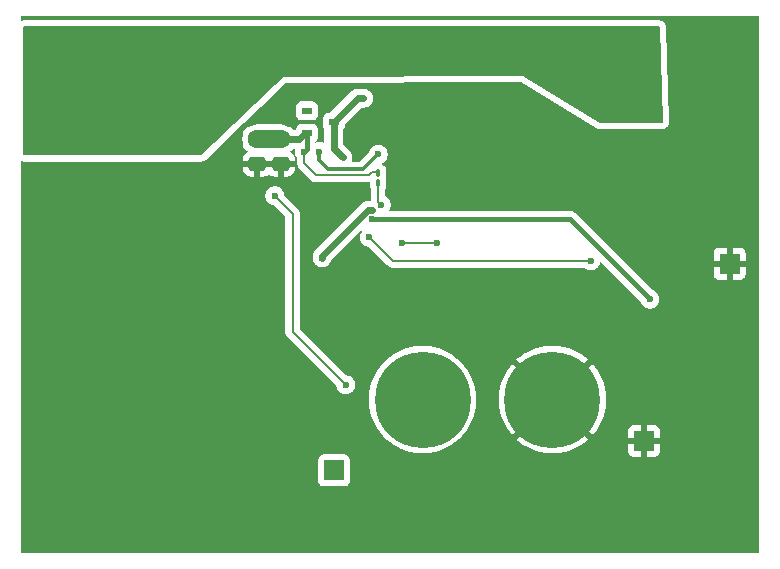
<source format=gbr>
%TF.GenerationSoftware,KiCad,Pcbnew,9.0.1*%
%TF.CreationDate,2025-11-16T17:16:38-08:00*%
%TF.ProjectId,GaN-LTC7800,47614e2d-4c54-4433-9738-30302e6b6963,rev?*%
%TF.SameCoordinates,Original*%
%TF.FileFunction,Copper,L2,Bot*%
%TF.FilePolarity,Positive*%
%FSLAX46Y46*%
G04 Gerber Fmt 4.6, Leading zero omitted, Abs format (unit mm)*
G04 Created by KiCad (PCBNEW 9.0.1) date 2025-11-16 17:16:38*
%MOMM*%
%LPD*%
G01*
G04 APERTURE LIST*
G04 Aperture macros list*
%AMRoundRect*
0 Rectangle with rounded corners*
0 $1 Rounding radius*
0 $2 $3 $4 $5 $6 $7 $8 $9 X,Y pos of 4 corners*
0 Add a 4 corners polygon primitive as box body*
4,1,4,$2,$3,$4,$5,$6,$7,$8,$9,$2,$3,0*
0 Add four circle primitives for the rounded corners*
1,1,$1+$1,$2,$3*
1,1,$1+$1,$4,$5*
1,1,$1+$1,$6,$7*
1,1,$1+$1,$8,$9*
0 Add four rect primitives between the rounded corners*
20,1,$1+$1,$2,$3,$4,$5,0*
20,1,$1+$1,$4,$5,$6,$7,0*
20,1,$1+$1,$6,$7,$8,$9,0*
20,1,$1+$1,$8,$9,$2,$3,0*%
G04 Aperture macros list end*
%TA.AperFunction,Conductor*%
%ADD10C,0.200000*%
%TD*%
%TA.AperFunction,ComponentPad*%
%ADD11R,1.700000X1.700000*%
%TD*%
%TA.AperFunction,ComponentPad*%
%ADD12C,8.115000*%
%TD*%
%TA.AperFunction,SMDPad,CuDef*%
%ADD13RoundRect,0.250000X-0.475000X0.337500X-0.475000X-0.337500X0.475000X-0.337500X0.475000X0.337500X0*%
%TD*%
%TA.AperFunction,SMDPad,CuDef*%
%ADD14R,0.850000X0.600000*%
%TD*%
%TA.AperFunction,SMDPad,CuDef*%
%ADD15RoundRect,0.100000X0.100000X-0.217500X0.100000X0.217500X-0.100000X0.217500X-0.100000X-0.217500X0*%
%TD*%
%TA.AperFunction,SMDPad,CuDef*%
%ADD16RoundRect,0.250000X0.475000X-0.337500X0.475000X0.337500X-0.475000X0.337500X-0.475000X-0.337500X0*%
%TD*%
%TA.AperFunction,ViaPad*%
%ADD17C,0.600000*%
%TD*%
%TA.AperFunction,Conductor*%
%ADD18C,0.400000*%
%TD*%
%TA.AperFunction,Conductor*%
%ADD19C,0.600000*%
%TD*%
%TA.AperFunction,Conductor*%
%ADD20C,1.500000*%
%TD*%
%TA.AperFunction,Conductor*%
%ADD21C,0.300000*%
%TD*%
G04 APERTURE END LIST*
D10*
%TO.N,/Vout*%
X124250000Y-127000000D02*
X119000000Y-127000000D01*
X112500000Y-123000000D01*
X92168060Y-123122049D01*
X85250000Y-129750000D01*
X81500000Y-129750000D01*
X81250000Y-119000000D01*
X124000000Y-119000000D01*
X124250000Y-127000000D01*
%TA.AperFunction,Conductor*%
G36*
X124250000Y-127000000D02*
G01*
X119000000Y-127000000D01*
X112500000Y-123000000D01*
X92168060Y-123122049D01*
X85250000Y-129750000D01*
X81500000Y-129750000D01*
X81250000Y-119000000D01*
X124000000Y-119000000D01*
X124250000Y-127000000D01*
G37*
%TD.AperFunction*%
X85250000Y-129750000D02*
X70250000Y-129750000D01*
X70250000Y-119000000D01*
X85250000Y-119000000D01*
X85250000Y-129750000D01*
%TA.AperFunction,Conductor*%
G36*
X85250000Y-129750000D02*
G01*
X70250000Y-129750000D01*
X70250000Y-119000000D01*
X85250000Y-119000000D01*
X85250000Y-129750000D01*
G37*
%TD.AperFunction*%
%TD*%
D11*
%TO.P,TP_VIN2,1,Pin_1*%
%TO.N,GND*%
X122750000Y-154000000D03*
%TD*%
%TO.P,TP_VIN1,1,Pin_1*%
%TO.N,/VIN*%
X96500000Y-156500000D03*
%TD*%
D12*
%TO.P,VSource_IN1,1,1*%
%TO.N,/VIN*%
X104000000Y-150500000D03*
%TD*%
D11*
%TO.P,VOUT1,1,Pin_1*%
%TO.N,/Vout*%
X120500000Y-123000000D03*
%TD*%
D12*
%TO.P,VSource_GND1,1,1*%
%TO.N,GND*%
X115000000Y-150500000D03*
%TD*%
D11*
%TO.P,GND1,1,Pin_1*%
%TO.N,GND*%
X130000000Y-139000000D03*
%TD*%
D13*
%TO.P,C2_EX1,1*%
%TO.N,/INTVCC*%
X90000000Y-128462500D03*
%TO.P,C2_EX1,2*%
%TO.N,GND*%
X90000000Y-130537500D03*
%TD*%
D14*
%TO.P,D1,1,A*%
%TO.N,/INTVCC*%
X94200000Y-127950000D03*
%TO.P,D1,2,NC*%
%TO.N,unconnected-(D1-NC-Pad2)*%
X94200000Y-126050000D03*
%TO.P,D1,3,K*%
%TO.N,/BOOST*%
X96500000Y-127000000D03*
%TD*%
D15*
%TO.P,R1,1*%
%TO.N,Net-(U1-PGOOD)*%
X100250000Y-132157500D03*
%TO.P,R1,2*%
%TO.N,/INTVCC*%
X100250000Y-131342500D03*
%TD*%
D16*
%TO.P,C2,1*%
%TO.N,GND*%
X92000000Y-130537500D03*
%TO.P,C2,2*%
%TO.N,/INTVCC*%
X92000000Y-128462500D03*
%TD*%
D17*
%TO.N,GND*%
X81000000Y-142250000D03*
X82250000Y-144750000D03*
X86000000Y-146000000D03*
X83500000Y-142250000D03*
X81000000Y-148500000D03*
X84750000Y-146000000D03*
X84750000Y-147250000D03*
X82250000Y-146000000D03*
X83500000Y-148500000D03*
X86000000Y-143500000D03*
X86000000Y-147250000D03*
X86000000Y-148500000D03*
X83500000Y-146000000D03*
X82250000Y-147250000D03*
X84750000Y-144750000D03*
X82250000Y-142250000D03*
X84750000Y-142250000D03*
X87250000Y-144750000D03*
X83500000Y-144750000D03*
X81000000Y-147250000D03*
X83500000Y-143500000D03*
X87250000Y-142250000D03*
X81000000Y-143500000D03*
X87250000Y-143500000D03*
X87250000Y-148500000D03*
X84750000Y-143500000D03*
X82250000Y-148500000D03*
X87250000Y-146000000D03*
X87250000Y-147250000D03*
X81000000Y-146000000D03*
X82250000Y-143500000D03*
X81000000Y-144750000D03*
X86000000Y-142250000D03*
X86000000Y-144750000D03*
X83500000Y-147250000D03*
X84750000Y-148500000D03*
%TO.N,/INTVCC*%
X94000000Y-129500000D03*
%TO.N,/SW*%
X102250000Y-137250000D03*
X105250000Y-137250000D03*
%TO.N,/BOOST*%
X97250000Y-130000000D03*
X99000000Y-125000000D03*
%TO.N,/ITH*%
X95500000Y-138500000D03*
X99750000Y-134449997D03*
%TO.N,/VIN*%
X91500000Y-133250000D03*
X97500000Y-149250000D03*
%TO.N,/Vout*%
X71250000Y-122000000D03*
X73500000Y-121000000D03*
X81000000Y-121000000D03*
X75750000Y-125250000D03*
X75750000Y-123750000D03*
X76500000Y-119500000D03*
X84000000Y-124500000D03*
X76500000Y-124500000D03*
X78750000Y-123750000D03*
X83250000Y-120250000D03*
X80250000Y-122000000D03*
X81750000Y-120250000D03*
X79500000Y-122750000D03*
X84000000Y-122750000D03*
X83250000Y-122000000D03*
X75750000Y-122000000D03*
X76500000Y-122750000D03*
X81750000Y-122000000D03*
X75000000Y-119500000D03*
X78000000Y-126000000D03*
X72000000Y-126000000D03*
X84000000Y-126000000D03*
X75000000Y-122750000D03*
X76500000Y-121000000D03*
X82500000Y-122750000D03*
X73500000Y-119500000D03*
X70500000Y-122750000D03*
X70500000Y-121000000D03*
X72000000Y-122750000D03*
X75750000Y-120250000D03*
X83250000Y-123750000D03*
X82500000Y-119500000D03*
X72000000Y-121000000D03*
X78750000Y-125250000D03*
X71250000Y-125250000D03*
X74250000Y-120250000D03*
X74250000Y-125250000D03*
X78000000Y-121000000D03*
X81000000Y-122750000D03*
X78000000Y-122750000D03*
X80250000Y-125250000D03*
X78750000Y-122000000D03*
X73500000Y-126000000D03*
X72750000Y-125250000D03*
X72000000Y-124500000D03*
X72000000Y-119500000D03*
X81750000Y-123750000D03*
X70500000Y-119500000D03*
X81750000Y-125250000D03*
X81000000Y-124500000D03*
X74250000Y-123750000D03*
X84750000Y-120250000D03*
X71250000Y-120250000D03*
X77250000Y-123750000D03*
X78750000Y-120250000D03*
X79500000Y-119500000D03*
X83250000Y-125250000D03*
X80250000Y-120250000D03*
X84000000Y-119500000D03*
X82500000Y-121000000D03*
X82500000Y-124500000D03*
X78000000Y-124500000D03*
X73500000Y-124500000D03*
X72750000Y-123750000D03*
X80250000Y-123750000D03*
X74250000Y-122000000D03*
X81000000Y-126000000D03*
X77250000Y-120250000D03*
X77250000Y-122000000D03*
X84750000Y-123750000D03*
X73500000Y-122750000D03*
X75000000Y-124500000D03*
X79500000Y-124500000D03*
X79500000Y-121000000D03*
X71250000Y-123750000D03*
X79500000Y-126000000D03*
X84750000Y-122000000D03*
X75000000Y-126000000D03*
X84000000Y-121000000D03*
X81000000Y-119500000D03*
X82500000Y-126000000D03*
X70500000Y-124500000D03*
X70500000Y-126000000D03*
X75000000Y-121000000D03*
X76500000Y-126000000D03*
X84750000Y-125250000D03*
X78000000Y-119500000D03*
X72750000Y-122000000D03*
X72750000Y-120250000D03*
X77250000Y-125250000D03*
%TO.N,/SENSE+*%
X118250000Y-138750000D03*
X99500000Y-136750000D03*
%TO.N,/BG*%
X95250000Y-129500000D03*
X100250000Y-129750000D03*
%TO.N,Net-(U1-PGOOD)*%
X100500000Y-134000000D03*
%TO.N,/VFB*%
X99750000Y-135250000D03*
X123250000Y-142000000D03*
%TD*%
D18*
%TO.N,/INTVCC*%
X94000000Y-129500000D02*
X94200000Y-129300000D01*
X94200000Y-129300000D02*
X94200000Y-127950000D01*
D10*
X94000000Y-129500000D02*
X94000000Y-130500000D01*
D19*
X94050000Y-127950000D02*
X93537500Y-128462500D01*
D20*
X92000000Y-128462500D02*
X90000000Y-128462500D01*
D10*
X94200000Y-127950000D02*
X94050000Y-127950000D01*
X94000000Y-130500000D02*
X95000000Y-131500000D01*
X100157500Y-131250000D02*
X100250000Y-131342500D01*
X95000000Y-131500000D02*
X99500000Y-131500000D01*
D19*
X93537500Y-128462500D02*
X92000000Y-128462500D01*
D10*
X99750000Y-131250000D02*
X100157500Y-131250000D01*
X99500000Y-131500000D02*
X99750000Y-131250000D01*
%TO.N,/SW*%
X102250000Y-137250000D02*
X105250000Y-137250000D01*
D19*
%TO.N,/BOOST*%
X96500000Y-127000000D02*
X98500000Y-125000000D01*
X98500000Y-125000000D02*
X99000000Y-125000000D01*
X96500000Y-129250000D02*
X97250000Y-130000000D01*
X96500000Y-127000000D02*
X96500000Y-129250000D01*
%TO.N,/ITH*%
X95500000Y-138367214D02*
X99417217Y-134449997D01*
X99417217Y-134449997D02*
X99750000Y-134449997D01*
X95500000Y-138500000D02*
X95500000Y-138367214D01*
D10*
%TO.N,/VIN*%
X93000000Y-134750000D02*
X93000000Y-144750000D01*
X91500000Y-133250000D02*
X93000000Y-134750000D01*
X93000000Y-144750000D02*
X97500000Y-149250000D01*
%TO.N,/SENSE+*%
X101500000Y-138750000D02*
X118250000Y-138750000D01*
X99500000Y-136750000D02*
X101500000Y-138750000D01*
D21*
%TO.N,/BG*%
X99000000Y-131000000D02*
X100250000Y-129750000D01*
X96000000Y-131000000D02*
X99000000Y-131000000D01*
X95250000Y-129500000D02*
X95250000Y-130250000D01*
X95250000Y-130250000D02*
X96000000Y-131000000D01*
D10*
%TO.N,Net-(U1-PGOOD)*%
X100250000Y-132157500D02*
X100250000Y-133750000D01*
X100250000Y-133750000D02*
X100500000Y-134000000D01*
D18*
%TO.N,/VFB*%
X99750000Y-135250000D02*
X116500000Y-135250000D01*
X116500000Y-135250000D02*
X123250000Y-142000000D01*
%TD*%
%TA.AperFunction,Conductor*%
%TO.N,GND*%
G36*
X132485148Y-118014852D02*
G01*
X132499500Y-118049500D01*
X132499500Y-163450500D01*
X132485148Y-163485148D01*
X132450500Y-163499500D01*
X70049500Y-163499500D01*
X70014852Y-163485148D01*
X70000500Y-163450500D01*
X70000500Y-155602120D01*
X95149500Y-155602120D01*
X95149500Y-157397879D01*
X95155907Y-157457478D01*
X95155909Y-157457483D01*
X95206204Y-157592331D01*
X95292454Y-157707546D01*
X95407669Y-157793796D01*
X95542517Y-157844091D01*
X95542520Y-157844092D01*
X95586177Y-157848785D01*
X95602127Y-157850500D01*
X97397872Y-157850499D01*
X97397878Y-157850499D01*
X97457478Y-157844092D01*
X97457479Y-157844091D01*
X97457483Y-157844091D01*
X97592331Y-157793796D01*
X97707546Y-157707546D01*
X97793796Y-157592331D01*
X97844091Y-157457483D01*
X97844091Y-157457481D01*
X97844092Y-157457479D01*
X97850499Y-157397879D01*
X97850500Y-157397873D01*
X97850499Y-155602128D01*
X97850499Y-155602127D01*
X97850499Y-155602120D01*
X97844092Y-155542521D01*
X97844091Y-155542517D01*
X97793796Y-155407669D01*
X97707546Y-155292454D01*
X97638314Y-155240627D01*
X97592333Y-155206205D01*
X97592331Y-155206204D01*
X97547381Y-155189439D01*
X97457479Y-155155907D01*
X97397879Y-155149500D01*
X95602120Y-155149500D01*
X95542521Y-155155907D01*
X95407666Y-155206205D01*
X95292454Y-155292454D01*
X95206205Y-155407666D01*
X95155907Y-155542520D01*
X95149500Y-155602120D01*
X70000500Y-155602120D01*
X70000500Y-150300993D01*
X99442000Y-150300993D01*
X99442000Y-150699006D01*
X99476689Y-151095506D01*
X99545804Y-151487475D01*
X99545805Y-151487480D01*
X99648814Y-151871916D01*
X99784944Y-152245929D01*
X99784950Y-152245943D01*
X99953155Y-152606659D01*
X100152156Y-152951340D01*
X100152162Y-152951349D01*
X100380445Y-153277371D01*
X100380449Y-153277376D01*
X100380451Y-153277378D01*
X100636289Y-153582274D01*
X100917726Y-153863711D01*
X101001701Y-153934174D01*
X101222623Y-154119550D01*
X101222628Y-154119554D01*
X101548650Y-154347837D01*
X101548659Y-154347843D01*
X101753184Y-154465925D01*
X101893345Y-154546847D01*
X102195565Y-154687774D01*
X102253065Y-154714587D01*
X102254067Y-154715054D01*
X102628077Y-154851183D01*
X102628078Y-154851183D01*
X102628083Y-154851185D01*
X103012519Y-154954194D01*
X103012525Y-154954195D01*
X103012528Y-154954196D01*
X103404495Y-155023311D01*
X103800993Y-155058000D01*
X103800997Y-155058000D01*
X104199003Y-155058000D01*
X104199007Y-155058000D01*
X104595505Y-155023311D01*
X104987472Y-154954196D01*
X104987477Y-154954194D01*
X104987480Y-154954194D01*
X105371916Y-154851185D01*
X105371917Y-154851184D01*
X105371923Y-154851183D01*
X105745933Y-154715054D01*
X106106655Y-154546847D01*
X106451345Y-154347840D01*
X106777378Y-154119549D01*
X107082274Y-153863711D01*
X107363711Y-153582274D01*
X107619549Y-153277378D01*
X107619768Y-153277066D01*
X107762828Y-153072755D01*
X107847840Y-152951345D01*
X108046847Y-152606655D01*
X108215054Y-152245933D01*
X108351183Y-151871923D01*
X108454196Y-151487472D01*
X108523311Y-151095505D01*
X108558000Y-150699007D01*
X108558000Y-150301015D01*
X110442500Y-150301015D01*
X110442500Y-150698984D01*
X110477185Y-151095441D01*
X110546292Y-151487366D01*
X110546293Y-151487371D01*
X110649291Y-151871765D01*
X110785406Y-152245737D01*
X110785412Y-152245751D01*
X110953599Y-152606428D01*
X111152577Y-152951071D01*
X111152583Y-152951080D01*
X111380841Y-153277066D01*
X111380845Y-153277071D01*
X111603739Y-153542706D01*
X112918314Y-152228131D01*
X112979860Y-152305307D01*
X113194693Y-152520140D01*
X113271867Y-152581684D01*
X111957292Y-153896259D01*
X112222928Y-154119154D01*
X112222933Y-154119158D01*
X112548919Y-154347416D01*
X112548928Y-154347422D01*
X112893571Y-154546400D01*
X113254248Y-154714587D01*
X113254262Y-154714593D01*
X113628234Y-154850708D01*
X114012628Y-154953706D01*
X114012633Y-154953707D01*
X114404558Y-155022814D01*
X114801015Y-155057499D01*
X114801020Y-155057500D01*
X115198980Y-155057500D01*
X115198984Y-155057499D01*
X115595441Y-155022814D01*
X115987366Y-154953707D01*
X115987371Y-154953706D01*
X116371765Y-154850708D01*
X116745737Y-154714593D01*
X116745751Y-154714587D01*
X117106428Y-154546400D01*
X117451071Y-154347422D01*
X117451080Y-154347416D01*
X117676514Y-154189566D01*
X117777066Y-154119158D01*
X117777071Y-154119154D01*
X118042706Y-153896259D01*
X116728131Y-152581685D01*
X116805307Y-152520140D01*
X117020140Y-152305307D01*
X117081685Y-152228131D01*
X118396259Y-153542706D01*
X118619154Y-153277071D01*
X118619158Y-153277066D01*
X118741626Y-153102165D01*
X121400000Y-153102165D01*
X121400000Y-153750000D01*
X122316988Y-153750000D01*
X122284075Y-153807007D01*
X122250000Y-153934174D01*
X122250000Y-154065826D01*
X122284075Y-154192993D01*
X122316988Y-154250000D01*
X121400000Y-154250000D01*
X121400000Y-154897834D01*
X121406401Y-154957372D01*
X121406401Y-154957373D01*
X121456648Y-155092091D01*
X121542811Y-155207188D01*
X121657908Y-155293351D01*
X121792626Y-155343598D01*
X121852166Y-155350000D01*
X122500000Y-155350000D01*
X122500000Y-154433012D01*
X122557007Y-154465925D01*
X122684174Y-154500000D01*
X122815826Y-154500000D01*
X122942993Y-154465925D01*
X123000000Y-154433012D01*
X123000000Y-155350000D01*
X123647834Y-155350000D01*
X123707372Y-155343598D01*
X123707373Y-155343598D01*
X123842091Y-155293351D01*
X123957188Y-155207188D01*
X124043351Y-155092091D01*
X124093598Y-154957373D01*
X124093598Y-154957372D01*
X124100000Y-154897834D01*
X124100000Y-154250000D01*
X123183012Y-154250000D01*
X123215925Y-154192993D01*
X123250000Y-154065826D01*
X123250000Y-153934174D01*
X123215925Y-153807007D01*
X123183012Y-153750000D01*
X124100000Y-153750000D01*
X124100000Y-153102165D01*
X124093598Y-153042627D01*
X124093598Y-153042626D01*
X124043351Y-152907908D01*
X123957188Y-152792811D01*
X123842091Y-152706648D01*
X123707373Y-152656401D01*
X123647834Y-152650000D01*
X123000000Y-152650000D01*
X123000000Y-153566988D01*
X122942993Y-153534075D01*
X122815826Y-153500000D01*
X122684174Y-153500000D01*
X122557007Y-153534075D01*
X122500000Y-153566988D01*
X122500000Y-152650000D01*
X121852166Y-152650000D01*
X121792627Y-152656401D01*
X121792626Y-152656401D01*
X121657908Y-152706648D01*
X121542811Y-152792811D01*
X121456648Y-152907908D01*
X121406401Y-153042626D01*
X121406401Y-153042627D01*
X121400000Y-153102165D01*
X118741626Y-153102165D01*
X118762219Y-153072755D01*
X118847416Y-152951080D01*
X118847422Y-152951071D01*
X119046400Y-152606428D01*
X119214587Y-152245751D01*
X119214593Y-152245737D01*
X119350708Y-151871765D01*
X119453706Y-151487371D01*
X119453707Y-151487366D01*
X119522814Y-151095441D01*
X119557499Y-150698984D01*
X119557500Y-150698979D01*
X119557500Y-150301020D01*
X119557499Y-150301015D01*
X119522814Y-149904558D01*
X119453707Y-149512633D01*
X119453706Y-149512628D01*
X119350708Y-149128234D01*
X119214593Y-148754262D01*
X119214587Y-148754248D01*
X119046400Y-148393571D01*
X118847422Y-148048928D01*
X118847416Y-148048919D01*
X118619158Y-147722933D01*
X118619154Y-147722928D01*
X118396259Y-147457292D01*
X117081684Y-148771867D01*
X117020140Y-148694693D01*
X116805307Y-148479860D01*
X116728130Y-148418314D01*
X118042706Y-147103739D01*
X117777071Y-146880845D01*
X117777066Y-146880841D01*
X117451080Y-146652583D01*
X117451071Y-146652577D01*
X117106428Y-146453599D01*
X116745751Y-146285412D01*
X116745737Y-146285406D01*
X116371765Y-146149291D01*
X115987371Y-146046293D01*
X115987366Y-146046292D01*
X115595441Y-145977185D01*
X115198984Y-145942500D01*
X114801015Y-145942500D01*
X114404558Y-145977185D01*
X114012633Y-146046292D01*
X114012628Y-146046293D01*
X113628234Y-146149291D01*
X113254262Y-146285406D01*
X113254248Y-146285412D01*
X112893571Y-146453599D01*
X112548928Y-146652577D01*
X112548919Y-146652583D01*
X112222946Y-146880833D01*
X112222917Y-146880855D01*
X111957292Y-147103739D01*
X113271867Y-148418314D01*
X113194693Y-148479860D01*
X112979860Y-148694693D01*
X112918314Y-148771867D01*
X111603739Y-147457292D01*
X111380855Y-147722917D01*
X111380833Y-147722946D01*
X111152583Y-148048919D01*
X111152577Y-148048928D01*
X110953599Y-148393571D01*
X110785412Y-148754248D01*
X110785406Y-148754262D01*
X110649291Y-149128234D01*
X110546293Y-149512628D01*
X110546292Y-149512633D01*
X110477185Y-149904558D01*
X110442500Y-150301015D01*
X108558000Y-150301015D01*
X108558000Y-150300993D01*
X108523311Y-149904495D01*
X108454196Y-149512528D01*
X108446417Y-149483498D01*
X108351185Y-149128083D01*
X108310576Y-149016512D01*
X108215054Y-148754067D01*
X108046847Y-148393345D01*
X107847998Y-148048928D01*
X107847843Y-148048659D01*
X107847837Y-148048650D01*
X107619554Y-147722628D01*
X107619550Y-147722623D01*
X107544964Y-147633735D01*
X107363711Y-147417726D01*
X107082274Y-147136289D01*
X106955151Y-147029620D01*
X106777376Y-146880449D01*
X106777371Y-146880445D01*
X106451349Y-146652162D01*
X106451340Y-146652156D01*
X106106659Y-146453155D01*
X105745943Y-146284950D01*
X105745929Y-146284944D01*
X105371916Y-146148814D01*
X104987480Y-146045805D01*
X104987475Y-146045804D01*
X104595506Y-145976689D01*
X104397256Y-145959344D01*
X104199007Y-145942000D01*
X103800993Y-145942000D01*
X103404493Y-145976689D01*
X103012524Y-146045804D01*
X103012519Y-146045805D01*
X102628083Y-146148814D01*
X102254070Y-146284944D01*
X102254056Y-146284950D01*
X101893340Y-146453155D01*
X101548659Y-146652156D01*
X101548650Y-146652162D01*
X101222628Y-146880445D01*
X101222623Y-146880449D01*
X100917736Y-147136280D01*
X100917718Y-147136296D01*
X100636296Y-147417718D01*
X100636280Y-147417736D01*
X100380449Y-147722623D01*
X100380445Y-147722628D01*
X100152162Y-148048650D01*
X100152156Y-148048659D01*
X99953155Y-148393340D01*
X99784950Y-148754056D01*
X99784944Y-148754070D01*
X99648814Y-149128083D01*
X99545805Y-149512519D01*
X99545804Y-149512524D01*
X99476689Y-149904493D01*
X99442000Y-150300993D01*
X70000500Y-150300993D01*
X70000500Y-133171152D01*
X90699500Y-133171152D01*
X90699500Y-133328847D01*
X90730260Y-133483487D01*
X90730263Y-133483498D01*
X90787144Y-133620821D01*
X90790606Y-133629179D01*
X90878211Y-133760289D01*
X90989711Y-133871789D01*
X91120821Y-133959394D01*
X91266503Y-134019737D01*
X91266509Y-134019738D01*
X91266512Y-134019739D01*
X91421152Y-134050499D01*
X91421158Y-134050500D01*
X91430969Y-134050500D01*
X91465617Y-134064852D01*
X92385148Y-134984383D01*
X92399500Y-135019031D01*
X92399500Y-144667929D01*
X92399499Y-144667947D01*
X92399499Y-144829059D01*
X92440421Y-144981781D01*
X92440422Y-144981783D01*
X92440423Y-144981785D01*
X92469360Y-145031904D01*
X92469361Y-145031905D01*
X92519477Y-145118712D01*
X92519482Y-145118718D01*
X92634074Y-145233310D01*
X92634080Y-145233315D01*
X96685148Y-149284383D01*
X96699500Y-149319031D01*
X96699500Y-149328847D01*
X96730260Y-149483487D01*
X96730263Y-149483497D01*
X96790606Y-149629179D01*
X96849271Y-149716978D01*
X96871322Y-149749980D01*
X96878211Y-149760289D01*
X96989711Y-149871789D01*
X97120821Y-149959394D01*
X97266503Y-150019737D01*
X97266509Y-150019738D01*
X97266512Y-150019739D01*
X97421152Y-150050499D01*
X97421158Y-150050500D01*
X97578842Y-150050500D01*
X97733497Y-150019737D01*
X97879179Y-149959394D01*
X98010289Y-149871789D01*
X98121789Y-149760289D01*
X98209394Y-149629179D01*
X98269737Y-149483497D01*
X98300500Y-149328842D01*
X98300500Y-149171158D01*
X98269737Y-149016503D01*
X98209394Y-148870821D01*
X98121789Y-148739711D01*
X98010289Y-148628211D01*
X97879179Y-148540606D01*
X97879176Y-148540604D01*
X97879175Y-148540604D01*
X97733498Y-148480263D01*
X97733487Y-148480260D01*
X97578847Y-148449500D01*
X97578842Y-148449500D01*
X97569031Y-148449500D01*
X97534383Y-148435148D01*
X93614852Y-144515617D01*
X93600500Y-144480969D01*
X93600500Y-134670942D01*
X93597713Y-134660542D01*
X93592139Y-134639741D01*
X93581357Y-134599500D01*
X93559577Y-134518216D01*
X93559576Y-134518213D01*
X93480524Y-134381290D01*
X93480521Y-134381287D01*
X93480520Y-134381284D01*
X93368716Y-134269480D01*
X93367010Y-134267774D01*
X93366999Y-134267764D01*
X92314852Y-133215617D01*
X92300500Y-133180969D01*
X92300500Y-133171158D01*
X92300499Y-133171152D01*
X92269739Y-133016512D01*
X92269736Y-133016501D01*
X92209395Y-132870824D01*
X92209394Y-132870821D01*
X92121789Y-132739711D01*
X92010289Y-132628211D01*
X91879179Y-132540606D01*
X91879176Y-132540604D01*
X91879175Y-132540604D01*
X91733498Y-132480263D01*
X91733487Y-132480260D01*
X91578847Y-132449500D01*
X91578842Y-132449500D01*
X91421158Y-132449500D01*
X91421152Y-132449500D01*
X91266512Y-132480260D01*
X91266501Y-132480263D01*
X91120824Y-132540604D01*
X90989711Y-132628210D01*
X90878210Y-132739711D01*
X90790604Y-132870824D01*
X90730263Y-133016501D01*
X90730260Y-133016512D01*
X90699500Y-133171152D01*
X70000500Y-133171152D01*
X70000500Y-130924980D01*
X88775001Y-130924980D01*
X88785493Y-131027693D01*
X88840642Y-131194122D01*
X88932682Y-131343343D01*
X89056656Y-131467317D01*
X89205877Y-131559357D01*
X89372306Y-131614506D01*
X89475018Y-131624999D01*
X89749999Y-131624999D01*
X90250000Y-131624999D01*
X90524980Y-131624999D01*
X90627693Y-131614506D01*
X90794122Y-131559357D01*
X90943343Y-131467317D01*
X90965352Y-131445309D01*
X91000000Y-131430957D01*
X91034648Y-131445309D01*
X91056656Y-131467317D01*
X91205877Y-131559357D01*
X91372306Y-131614506D01*
X91475018Y-131624999D01*
X91749999Y-131624999D01*
X92250000Y-131624999D01*
X92524980Y-131624999D01*
X92627693Y-131614506D01*
X92794122Y-131559357D01*
X92943343Y-131467317D01*
X93067317Y-131343343D01*
X93159357Y-131194122D01*
X93214506Y-131027693D01*
X93225000Y-130924981D01*
X93225000Y-130787500D01*
X92250000Y-130787500D01*
X92250000Y-131624999D01*
X91749999Y-131624999D01*
X91750000Y-131624998D01*
X91750000Y-130787500D01*
X90250000Y-130787500D01*
X90250000Y-131624999D01*
X89749999Y-131624999D01*
X89750000Y-131624998D01*
X89750000Y-130787500D01*
X88775001Y-130787500D01*
X88775001Y-130924980D01*
X70000500Y-130924980D01*
X70000500Y-130369768D01*
X70014852Y-130335120D01*
X70049500Y-130320768D01*
X70068247Y-130324496D01*
X70093285Y-130334868D01*
X70250000Y-130355500D01*
X70250004Y-130355500D01*
X85249995Y-130355500D01*
X85250000Y-130355500D01*
X85394156Y-130338090D01*
X85400243Y-130335720D01*
X85406715Y-130334868D01*
X85473765Y-130307094D01*
X85541453Y-130280741D01*
X85546720Y-130276875D01*
X85552750Y-130274378D01*
X85610335Y-130230190D01*
X85668888Y-130187222D01*
X87571826Y-128364083D01*
X88749500Y-128364083D01*
X88749500Y-128560917D01*
X88770497Y-128693492D01*
X88773897Y-128714959D01*
X88774500Y-128722624D01*
X88774500Y-128850010D01*
X88785000Y-128952794D01*
X88840186Y-129119334D01*
X88932287Y-129268655D01*
X89056347Y-129392715D01*
X89163146Y-129458588D01*
X89185102Y-129488992D01*
X89179128Y-129526016D01*
X89163147Y-129541998D01*
X89056656Y-129607682D01*
X88932682Y-129731656D01*
X88840642Y-129880877D01*
X88785493Y-130047306D01*
X88775000Y-130150018D01*
X88775000Y-130287500D01*
X93224999Y-130287500D01*
X93224999Y-130150019D01*
X93214506Y-130047306D01*
X93159357Y-129880877D01*
X93067317Y-129731656D01*
X92943343Y-129607682D01*
X92836852Y-129541998D01*
X92814897Y-129511593D01*
X92820871Y-129474569D01*
X92836853Y-129458588D01*
X92943652Y-129392715D01*
X92943653Y-129392713D01*
X92943656Y-129392712D01*
X93024368Y-129312000D01*
X93059017Y-129277352D01*
X93093665Y-129263000D01*
X93171253Y-129263000D01*
X93205901Y-129277352D01*
X93220253Y-129312000D01*
X93219311Y-129321559D01*
X93199500Y-129421152D01*
X93199500Y-129578847D01*
X93230260Y-129733487D01*
X93230263Y-129733498D01*
X93243934Y-129766503D01*
X93290606Y-129879179D01*
X93318656Y-129921158D01*
X93378210Y-130010288D01*
X93385148Y-130017226D01*
X93399500Y-130051874D01*
X93399500Y-130417929D01*
X93399499Y-130417947D01*
X93399499Y-130579059D01*
X93440421Y-130731781D01*
X93440423Y-130731787D01*
X93462187Y-130769481D01*
X93519480Y-130868716D01*
X93634074Y-130983310D01*
X93634079Y-130983314D01*
X94631284Y-131980520D01*
X94631287Y-131980521D01*
X94631290Y-131980524D01*
X94768214Y-132059576D01*
X94768216Y-132059577D01*
X94839093Y-132078568D01*
X94920941Y-132100501D01*
X94920943Y-132100501D01*
X95082055Y-132100501D01*
X95082071Y-132100500D01*
X99417931Y-132100500D01*
X99420939Y-132100500D01*
X99420943Y-132100501D01*
X99500501Y-132100501D01*
X99535149Y-132114853D01*
X99545296Y-132139353D01*
X99549500Y-132149501D01*
X99549500Y-132414356D01*
X99549501Y-132414358D01*
X99564955Y-132531761D01*
X99625461Y-132677836D01*
X99625464Y-132677841D01*
X99639374Y-132695969D01*
X99649500Y-132725798D01*
X99649500Y-133600497D01*
X99635148Y-133635145D01*
X99600500Y-133649497D01*
X99338368Y-133649497D01*
X99183728Y-133680257D01*
X99183717Y-133680260D01*
X99141050Y-133697934D01*
X99038041Y-133740601D01*
X98909538Y-133826463D01*
X98909537Y-133826465D01*
X98908232Y-133827337D01*
X98906925Y-133828210D01*
X94878210Y-137856925D01*
X94790604Y-137988038D01*
X94730263Y-138133715D01*
X94730260Y-138133726D01*
X94699500Y-138288366D01*
X94699500Y-138578847D01*
X94730260Y-138733487D01*
X94730263Y-138733498D01*
X94783586Y-138862231D01*
X94790606Y-138879179D01*
X94878211Y-139010289D01*
X94989711Y-139121789D01*
X95120821Y-139209394D01*
X95266503Y-139269737D01*
X95266509Y-139269738D01*
X95266512Y-139269739D01*
X95421152Y-139300499D01*
X95421158Y-139300500D01*
X95578842Y-139300500D01*
X95733497Y-139269737D01*
X95879179Y-139209394D01*
X96010289Y-139121789D01*
X96121789Y-139010289D01*
X96209394Y-138879179D01*
X96268796Y-138735768D01*
X96279414Y-138719876D01*
X98765306Y-136233985D01*
X98799953Y-136219634D01*
X98834601Y-136233986D01*
X98848953Y-136268634D01*
X98840695Y-136295857D01*
X98790604Y-136370824D01*
X98730263Y-136516501D01*
X98730260Y-136516512D01*
X98699500Y-136671152D01*
X98699500Y-136828847D01*
X98730260Y-136983487D01*
X98730263Y-136983498D01*
X98743934Y-137016503D01*
X98790606Y-137129179D01*
X98878211Y-137260289D01*
X98989711Y-137371789D01*
X99120821Y-137459394D01*
X99266503Y-137519737D01*
X99266509Y-137519738D01*
X99266512Y-137519739D01*
X99421152Y-137550499D01*
X99421158Y-137550500D01*
X99430969Y-137550500D01*
X99465617Y-137564852D01*
X101017764Y-139116999D01*
X101017769Y-139117005D01*
X101019480Y-139118716D01*
X101131284Y-139230520D01*
X101131287Y-139230521D01*
X101131290Y-139230524D01*
X101218090Y-139280637D01*
X101218093Y-139280638D01*
X101218095Y-139280639D01*
X101268215Y-139309577D01*
X101388667Y-139341851D01*
X101420939Y-139350499D01*
X101420940Y-139350500D01*
X101420943Y-139350500D01*
X101579057Y-139350500D01*
X117698126Y-139350500D01*
X117732774Y-139364852D01*
X117739711Y-139371789D01*
X117870821Y-139459394D01*
X118016503Y-139519737D01*
X118016509Y-139519738D01*
X118016512Y-139519739D01*
X118171152Y-139550499D01*
X118171158Y-139550500D01*
X118328842Y-139550500D01*
X118483497Y-139519737D01*
X118629179Y-139459394D01*
X118760289Y-139371789D01*
X118871789Y-139260289D01*
X118959394Y-139129179D01*
X119019737Y-138983497D01*
X119038868Y-138887318D01*
X119059703Y-138856137D01*
X119096485Y-138848820D01*
X119121574Y-138862231D01*
X122466629Y-142207286D01*
X122479426Y-142231228D01*
X122479562Y-142231187D01*
X122479768Y-142231866D01*
X122480039Y-142232374D01*
X122480263Y-142233497D01*
X122540606Y-142379179D01*
X122628211Y-142510289D01*
X122739711Y-142621789D01*
X122870821Y-142709394D01*
X123016503Y-142769737D01*
X123016509Y-142769738D01*
X123016512Y-142769739D01*
X123171152Y-142800499D01*
X123171158Y-142800500D01*
X123328842Y-142800500D01*
X123483497Y-142769737D01*
X123629179Y-142709394D01*
X123760289Y-142621789D01*
X123871789Y-142510289D01*
X123959394Y-142379179D01*
X124019737Y-142233497D01*
X124020197Y-142231187D01*
X124050499Y-142078847D01*
X124050500Y-142078842D01*
X124050500Y-141921158D01*
X124050499Y-141921152D01*
X124019739Y-141766512D01*
X124019736Y-141766501D01*
X123959395Y-141620824D01*
X123959394Y-141620821D01*
X123871789Y-141489711D01*
X123760289Y-141378211D01*
X123629179Y-141290606D01*
X123629176Y-141290604D01*
X123629175Y-141290604D01*
X123563168Y-141263263D01*
X123483497Y-141230263D01*
X123482374Y-141230039D01*
X123481866Y-141229768D01*
X123481187Y-141229562D01*
X123481228Y-141229426D01*
X123457286Y-141216629D01*
X120342822Y-138102165D01*
X128650000Y-138102165D01*
X128650000Y-138750000D01*
X129566988Y-138750000D01*
X129534075Y-138807007D01*
X129500000Y-138934174D01*
X129500000Y-139065826D01*
X129534075Y-139192993D01*
X129566988Y-139250000D01*
X128650000Y-139250000D01*
X128650000Y-139897834D01*
X128656401Y-139957372D01*
X128656401Y-139957373D01*
X128706648Y-140092091D01*
X128792811Y-140207188D01*
X128907908Y-140293351D01*
X129042626Y-140343598D01*
X129102166Y-140350000D01*
X129750000Y-140350000D01*
X129750000Y-139433012D01*
X129807007Y-139465925D01*
X129934174Y-139500000D01*
X130065826Y-139500000D01*
X130192993Y-139465925D01*
X130250000Y-139433012D01*
X130250000Y-140350000D01*
X130897834Y-140350000D01*
X130957372Y-140343598D01*
X130957373Y-140343598D01*
X131092091Y-140293351D01*
X131207188Y-140207188D01*
X131293351Y-140092091D01*
X131343598Y-139957373D01*
X131343598Y-139957372D01*
X131350000Y-139897834D01*
X131350000Y-139250000D01*
X130433012Y-139250000D01*
X130465925Y-139192993D01*
X130500000Y-139065826D01*
X130500000Y-138934174D01*
X130465925Y-138807007D01*
X130433012Y-138750000D01*
X131350000Y-138750000D01*
X131350000Y-138102165D01*
X131343598Y-138042627D01*
X131343598Y-138042626D01*
X131293351Y-137907908D01*
X131207188Y-137792811D01*
X131092091Y-137706648D01*
X130957373Y-137656401D01*
X130897834Y-137650000D01*
X130250000Y-137650000D01*
X130250000Y-138566988D01*
X130192993Y-138534075D01*
X130065826Y-138500000D01*
X129934174Y-138500000D01*
X129807007Y-138534075D01*
X129750000Y-138566988D01*
X129750000Y-137650000D01*
X129102166Y-137650000D01*
X129042627Y-137656401D01*
X129042626Y-137656401D01*
X128907908Y-137706648D01*
X128792811Y-137792811D01*
X128706648Y-137907908D01*
X128656401Y-138042626D01*
X128656401Y-138042627D01*
X128650000Y-138102165D01*
X120342822Y-138102165D01*
X116946542Y-134705885D01*
X116847549Y-134639741D01*
X116831811Y-134629225D01*
X116831808Y-134629223D01*
X116831807Y-134629223D01*
X116704329Y-134576420D01*
X116704320Y-134576418D01*
X116568997Y-134549500D01*
X116568994Y-134549500D01*
X116568993Y-134549500D01*
X101187261Y-134549500D01*
X101152613Y-134535148D01*
X101138261Y-134500500D01*
X101146518Y-134473278D01*
X101209394Y-134379179D01*
X101269737Y-134233497D01*
X101300500Y-134078842D01*
X101300500Y-133921158D01*
X101290680Y-133871789D01*
X101269739Y-133766512D01*
X101269736Y-133766501D01*
X101209395Y-133620824D01*
X101209394Y-133620821D01*
X101121789Y-133489711D01*
X101010289Y-133378211D01*
X100936403Y-133328842D01*
X100879175Y-133290603D01*
X100877053Y-133289469D01*
X100877711Y-133288236D01*
X100854213Y-133264696D01*
X100850500Y-133245985D01*
X100850500Y-132725798D01*
X100860625Y-132695969D01*
X100874536Y-132677841D01*
X100935044Y-132531762D01*
X100950500Y-132414361D01*
X100950499Y-131900640D01*
X100935044Y-131783238D01*
X100929044Y-131768753D01*
X100929042Y-131731251D01*
X100935044Y-131716762D01*
X100950500Y-131599361D01*
X100950499Y-131085640D01*
X100935044Y-130968238D01*
X100874536Y-130822159D01*
X100778282Y-130696718D01*
X100652841Y-130600464D01*
X100580014Y-130570298D01*
X100553496Y-130543779D01*
X100553496Y-130506276D01*
X100580014Y-130479758D01*
X100629179Y-130459394D01*
X100760289Y-130371789D01*
X100871789Y-130260289D01*
X100959394Y-130129179D01*
X101019737Y-129983497D01*
X101050500Y-129828842D01*
X101050500Y-129671158D01*
X101032137Y-129578842D01*
X101019739Y-129516512D01*
X101019736Y-129516501D01*
X101008639Y-129489711D01*
X100959394Y-129370821D01*
X100871789Y-129239711D01*
X100760289Y-129128211D01*
X100629179Y-129040606D01*
X100629176Y-129040604D01*
X100629175Y-129040604D01*
X100483498Y-128980263D01*
X100483487Y-128980260D01*
X100328847Y-128949500D01*
X100328842Y-128949500D01*
X100171158Y-128949500D01*
X100171152Y-128949500D01*
X100016512Y-128980260D01*
X100016501Y-128980263D01*
X99870824Y-129040604D01*
X99739711Y-129128210D01*
X99628210Y-129239711D01*
X99540604Y-129370824D01*
X99480262Y-129516503D01*
X99480260Y-129516510D01*
X99462481Y-129605893D01*
X99449071Y-129630981D01*
X98744906Y-130335148D01*
X98710258Y-130349500D01*
X98045020Y-130349500D01*
X98010372Y-130335148D01*
X97996020Y-130300500D01*
X97999749Y-130281751D01*
X98019737Y-130233497D01*
X98050500Y-130078842D01*
X98050500Y-129921158D01*
X98050499Y-129921152D01*
X98019739Y-129766512D01*
X98019736Y-129766501D01*
X98006066Y-129733498D01*
X97959394Y-129620821D01*
X97871789Y-129489711D01*
X97760289Y-129378211D01*
X97314852Y-128932774D01*
X97300500Y-128898126D01*
X97300500Y-127649870D01*
X97310273Y-127620506D01*
X97368796Y-127542331D01*
X97419091Y-127407483D01*
X97419091Y-127407481D01*
X97419092Y-127407479D01*
X97425499Y-127347879D01*
X97425500Y-127347873D01*
X97425499Y-127226872D01*
X97439848Y-127192228D01*
X98817226Y-125814852D01*
X98851874Y-125800500D01*
X99078842Y-125800500D01*
X99233497Y-125769737D01*
X99379179Y-125709394D01*
X99510289Y-125621789D01*
X99621789Y-125510289D01*
X99709394Y-125379179D01*
X99769737Y-125233497D01*
X99800500Y-125078842D01*
X99800500Y-124921158D01*
X99769737Y-124766503D01*
X99709394Y-124620821D01*
X99621789Y-124489711D01*
X99510289Y-124378211D01*
X99510286Y-124378209D01*
X99466978Y-124349271D01*
X99379179Y-124290606D01*
X99379176Y-124290604D01*
X99379175Y-124290604D01*
X99233498Y-124230263D01*
X99233487Y-124230260D01*
X99078847Y-124199500D01*
X99078842Y-124199500D01*
X98421158Y-124199500D01*
X98421152Y-124199500D01*
X98266512Y-124230260D01*
X98266501Y-124230263D01*
X98120824Y-124290604D01*
X97999322Y-124371789D01*
X97989713Y-124378209D01*
X97989709Y-124378212D01*
X96182772Y-126185148D01*
X96148124Y-126199500D01*
X96027120Y-126199500D01*
X95967521Y-126205907D01*
X95832666Y-126256205D01*
X95717454Y-126342454D01*
X95631205Y-126457666D01*
X95580907Y-126592520D01*
X95574500Y-126652120D01*
X95574500Y-127347879D01*
X95580907Y-127407478D01*
X95580909Y-127407483D01*
X95631204Y-127542331D01*
X95689726Y-127620506D01*
X95699500Y-127649870D01*
X95699500Y-128746441D01*
X95685148Y-128781089D01*
X95650500Y-128795441D01*
X95631721Y-128790758D01*
X95631403Y-128791527D01*
X95483498Y-128730263D01*
X95483487Y-128730260D01*
X95328847Y-128699500D01*
X95328842Y-128699500D01*
X95171158Y-128699500D01*
X95171152Y-128699500D01*
X95016512Y-128730260D01*
X95016501Y-128730263D01*
X94968251Y-128750249D01*
X94958505Y-128750249D01*
X94949500Y-128753979D01*
X94940495Y-128750249D01*
X94930748Y-128750249D01*
X94923855Y-128743356D01*
X94914852Y-128739627D01*
X94911122Y-128730622D01*
X94904230Y-128723730D01*
X94900500Y-128704979D01*
X94900500Y-128693492D01*
X94914852Y-128658844D01*
X94920123Y-128654275D01*
X94982546Y-128607546D01*
X95068796Y-128492331D01*
X95119091Y-128357483D01*
X95119091Y-128357481D01*
X95119092Y-128357479D01*
X95125499Y-128297879D01*
X95125500Y-128297873D01*
X95125499Y-127602128D01*
X95125499Y-127602120D01*
X95119092Y-127542521D01*
X95119091Y-127542517D01*
X95068796Y-127407669D01*
X94982546Y-127292454D01*
X94894941Y-127226873D01*
X94867333Y-127206205D01*
X94867331Y-127206204D01*
X94822381Y-127189439D01*
X94732479Y-127155907D01*
X94672879Y-127149500D01*
X94672873Y-127149500D01*
X94128844Y-127149500D01*
X94128842Y-127149500D01*
X93971157Y-127149500D01*
X93971153Y-127149500D01*
X93727120Y-127149500D01*
X93667521Y-127155907D01*
X93532666Y-127206205D01*
X93417454Y-127292454D01*
X93331205Y-127407666D01*
X93280909Y-127542516D01*
X93277396Y-127575187D01*
X93263326Y-127604594D01*
X93220272Y-127647648D01*
X93185627Y-127662000D01*
X93093665Y-127662000D01*
X93059017Y-127647648D01*
X92943655Y-127532287D01*
X92794334Y-127440186D01*
X92664940Y-127397308D01*
X92657191Y-127393711D01*
X92657121Y-127393850D01*
X92480026Y-127303616D01*
X92292826Y-127242791D01*
X92292823Y-127242790D01*
X92143482Y-127219137D01*
X92098417Y-127212000D01*
X89901583Y-127212000D01*
X89864998Y-127217794D01*
X89707176Y-127242790D01*
X89707173Y-127242791D01*
X89519973Y-127303616D01*
X89342881Y-127393849D01*
X89342811Y-127393711D01*
X89335061Y-127397307D01*
X89205666Y-127440186D01*
X89205665Y-127440186D01*
X89056344Y-127532287D01*
X88932287Y-127656344D01*
X88840186Y-127805665D01*
X88785000Y-127972205D01*
X88774500Y-128074988D01*
X88774500Y-128202378D01*
X88773896Y-128210043D01*
X88749500Y-128364083D01*
X87571826Y-128364083D01*
X90350304Y-125702120D01*
X93274500Y-125702120D01*
X93274500Y-126397879D01*
X93280907Y-126457478D01*
X93280909Y-126457483D01*
X93331204Y-126592331D01*
X93417454Y-126707546D01*
X93532669Y-126793796D01*
X93667517Y-126844091D01*
X93667520Y-126844092D01*
X93711177Y-126848785D01*
X93727127Y-126850500D01*
X94672872Y-126850499D01*
X94672878Y-126850499D01*
X94732478Y-126844092D01*
X94732479Y-126844091D01*
X94732483Y-126844091D01*
X94867331Y-126793796D01*
X94982546Y-126707546D01*
X95068796Y-126592331D01*
X95119091Y-126457483D01*
X95119091Y-126457481D01*
X95119092Y-126457479D01*
X95125499Y-126397879D01*
X95125500Y-126397873D01*
X95125499Y-125702128D01*
X95125499Y-125702127D01*
X95125499Y-125702120D01*
X95119092Y-125642521D01*
X95119091Y-125642517D01*
X95068796Y-125507669D01*
X94982546Y-125392454D01*
X94913314Y-125340627D01*
X94867333Y-125306205D01*
X94867331Y-125306204D01*
X94822381Y-125289439D01*
X94732479Y-125255907D01*
X94672879Y-125249500D01*
X93727120Y-125249500D01*
X93667521Y-125255907D01*
X93532666Y-125306205D01*
X93417454Y-125392454D01*
X93331205Y-125507666D01*
X93280907Y-125642520D01*
X93274500Y-125702120D01*
X90350304Y-125702120D01*
X92398736Y-123739588D01*
X92432336Y-123725972D01*
X112316263Y-123606613D01*
X112342238Y-123613881D01*
X118682677Y-127515691D01*
X118694843Y-127522943D01*
X118697250Y-127524378D01*
X118843285Y-127584868D01*
X119000000Y-127605500D01*
X119000004Y-127605500D01*
X124250003Y-127605500D01*
X124268913Y-127605205D01*
X124347359Y-127592373D01*
X124424907Y-127579688D01*
X124566710Y-127515691D01*
X124568977Y-127514668D01*
X124568977Y-127514667D01*
X124568981Y-127514666D01*
X124691318Y-127414571D01*
X124745107Y-127339742D01*
X124783575Y-127286229D01*
X124783578Y-127286224D01*
X124783577Y-127286224D01*
X124783579Y-127286223D01*
X124839478Y-127138370D01*
X124855205Y-126981087D01*
X124605205Y-118981087D01*
X124584868Y-118843285D01*
X124524378Y-118697250D01*
X124428153Y-118571847D01*
X124302750Y-118475622D01*
X124302745Y-118475619D01*
X124156714Y-118415131D01*
X124048992Y-118400950D01*
X124000000Y-118394500D01*
X85250000Y-118394500D01*
X70250000Y-118394500D01*
X70205630Y-118400341D01*
X70093285Y-118415131D01*
X70068251Y-118425501D01*
X70030748Y-118425501D01*
X70004230Y-118398982D01*
X70000500Y-118380231D01*
X70000500Y-118049500D01*
X70014852Y-118014852D01*
X70049500Y-118000500D01*
X132450500Y-118000500D01*
X132485148Y-118014852D01*
G37*
%TD.AperFunction*%
%TD*%
M02*

</source>
